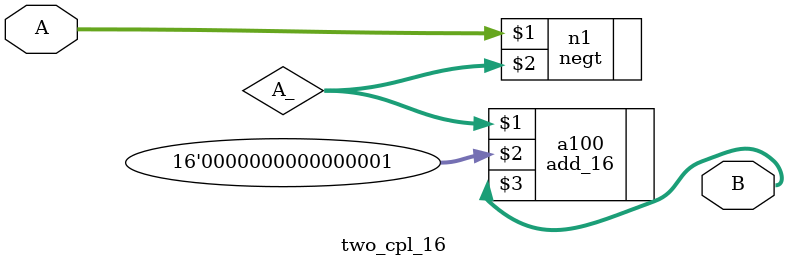
<source format=v>
`timescale 1ns / 1ps
module two_cpl_16(
    input [15:0] A,
    output [15:0] B
    );
wire [15:0] A_;
negt n1(A,A_);
add_16 a100(A_,16'b0000000000000001,B);

endmodule

</source>
